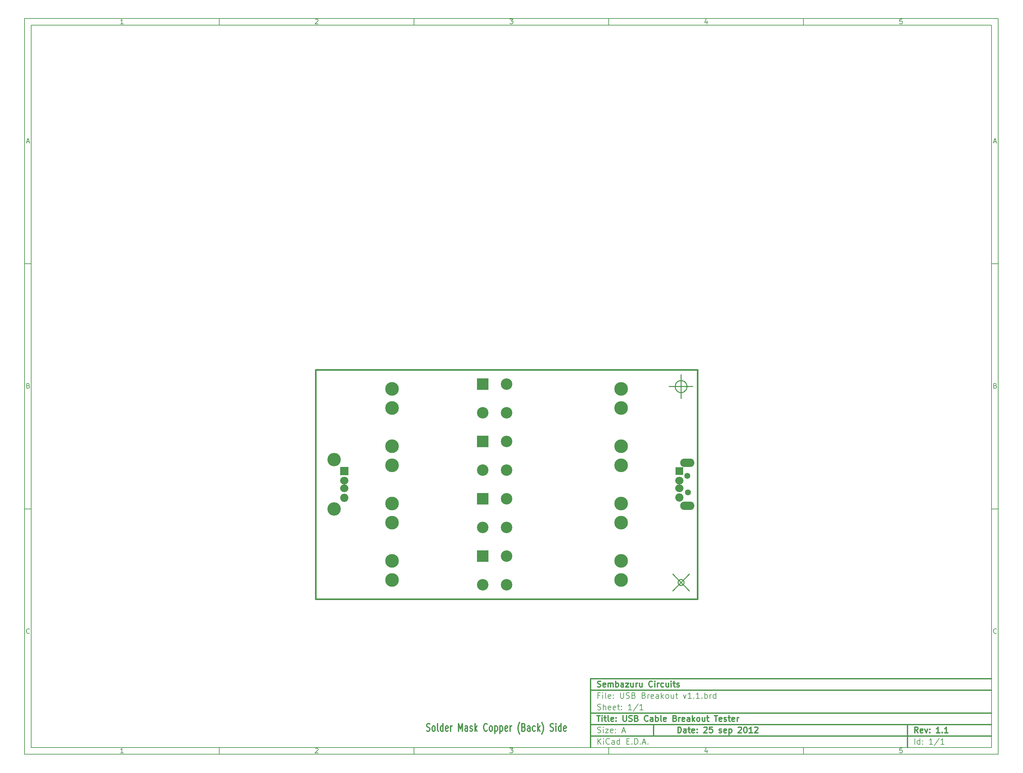
<source format=gbs>
G04 (created by PCBNEW-RS274X (2012-01-19 BZR 3256)-stable) date 25/09/2012 17:33:03*
G01*
G70*
G90*
%MOIN*%
G04 Gerber Fmt 3.4, Leading zero omitted, Abs format*
%FSLAX34Y34*%
G04 APERTURE LIST*
%ADD10C,0.006000*%
%ADD11C,0.012000*%
%ADD12C,0.010000*%
%ADD13C,0.015000*%
%ADD14R,0.120000X0.120000*%
%ADD15C,0.120000*%
%ADD16R,0.083200X0.083200*%
%ADD17O,0.086200X0.079100*%
%ADD18C,0.086200*%
%ADD19O,0.148400X0.089400*%
%ADD20C,0.063300*%
%ADD21R,0.086200X0.086200*%
%ADD22C,0.140600*%
%ADD23C,0.143000*%
G04 APERTURE END LIST*
G54D10*
X-30500Y36750D02*
X71500Y36750D01*
X71500Y-40250D01*
X-30500Y-40250D01*
X-30500Y36750D01*
X-29800Y36050D02*
X70800Y36050D01*
X70800Y-39550D01*
X-29800Y-39550D01*
X-29800Y36050D01*
X-10100Y36750D02*
X-10100Y36050D01*
X-20157Y36198D02*
X-20443Y36198D01*
X-20300Y36198D02*
X-20300Y36698D01*
X-20348Y36626D01*
X-20395Y36579D01*
X-20443Y36555D01*
X-10100Y-40250D02*
X-10100Y-39550D01*
X-20157Y-40102D02*
X-20443Y-40102D01*
X-20300Y-40102D02*
X-20300Y-39602D01*
X-20348Y-39674D01*
X-20395Y-39721D01*
X-20443Y-39745D01*
X10300Y36750D02*
X10300Y36050D01*
X-00043Y36650D02*
X-00019Y36674D01*
X00029Y36698D01*
X00148Y36698D01*
X00195Y36674D01*
X00219Y36650D01*
X00243Y36602D01*
X00243Y36555D01*
X00219Y36483D01*
X-00067Y36198D01*
X00243Y36198D01*
X10300Y-40250D02*
X10300Y-39550D01*
X-00043Y-39650D02*
X-00019Y-39626D01*
X00029Y-39602D01*
X00148Y-39602D01*
X00195Y-39626D01*
X00219Y-39650D01*
X00243Y-39698D01*
X00243Y-39745D01*
X00219Y-39817D01*
X-00067Y-40102D01*
X00243Y-40102D01*
X30700Y36750D02*
X30700Y36050D01*
X20333Y36698D02*
X20643Y36698D01*
X20476Y36507D01*
X20548Y36507D01*
X20595Y36483D01*
X20619Y36460D01*
X20643Y36412D01*
X20643Y36293D01*
X20619Y36245D01*
X20595Y36221D01*
X20548Y36198D01*
X20405Y36198D01*
X20357Y36221D01*
X20333Y36245D01*
X30700Y-40250D02*
X30700Y-39550D01*
X20333Y-39602D02*
X20643Y-39602D01*
X20476Y-39793D01*
X20548Y-39793D01*
X20595Y-39817D01*
X20619Y-39840D01*
X20643Y-39888D01*
X20643Y-40007D01*
X20619Y-40055D01*
X20595Y-40079D01*
X20548Y-40102D01*
X20405Y-40102D01*
X20357Y-40079D01*
X20333Y-40055D01*
X51100Y36750D02*
X51100Y36050D01*
X40995Y36531D02*
X40995Y36198D01*
X40876Y36721D02*
X40757Y36364D01*
X41067Y36364D01*
X51100Y-40250D02*
X51100Y-39550D01*
X40995Y-39769D02*
X40995Y-40102D01*
X40876Y-39579D02*
X40757Y-39936D01*
X41067Y-39936D01*
X61419Y36698D02*
X61181Y36698D01*
X61157Y36460D01*
X61181Y36483D01*
X61229Y36507D01*
X61348Y36507D01*
X61395Y36483D01*
X61419Y36460D01*
X61443Y36412D01*
X61443Y36293D01*
X61419Y36245D01*
X61395Y36221D01*
X61348Y36198D01*
X61229Y36198D01*
X61181Y36221D01*
X61157Y36245D01*
X61419Y-39602D02*
X61181Y-39602D01*
X61157Y-39840D01*
X61181Y-39817D01*
X61229Y-39793D01*
X61348Y-39793D01*
X61395Y-39817D01*
X61419Y-39840D01*
X61443Y-39888D01*
X61443Y-40007D01*
X61419Y-40055D01*
X61395Y-40079D01*
X61348Y-40102D01*
X61229Y-40102D01*
X61181Y-40079D01*
X61157Y-40055D01*
X-30500Y11090D02*
X-29800Y11090D01*
X-30269Y23860D02*
X-30031Y23860D01*
X-30316Y23718D02*
X-30150Y24218D01*
X-29983Y23718D01*
X71500Y11090D02*
X70800Y11090D01*
X71031Y23860D02*
X71269Y23860D01*
X70984Y23718D02*
X71150Y24218D01*
X71317Y23718D01*
X-30500Y-14570D02*
X-29800Y-14570D01*
X-30114Y-01680D02*
X-30043Y-01704D01*
X-30019Y-01728D01*
X-29995Y-01776D01*
X-29995Y-01847D01*
X-30019Y-01895D01*
X-30043Y-01919D01*
X-30090Y-01942D01*
X-30281Y-01942D01*
X-30281Y-01442D01*
X-30114Y-01442D01*
X-30067Y-01466D01*
X-30043Y-01490D01*
X-30019Y-01538D01*
X-30019Y-01585D01*
X-30043Y-01633D01*
X-30067Y-01657D01*
X-30114Y-01680D01*
X-30281Y-01680D01*
X71500Y-14570D02*
X70800Y-14570D01*
X71186Y-01680D02*
X71257Y-01704D01*
X71281Y-01728D01*
X71305Y-01776D01*
X71305Y-01847D01*
X71281Y-01895D01*
X71257Y-01919D01*
X71210Y-01942D01*
X71019Y-01942D01*
X71019Y-01442D01*
X71186Y-01442D01*
X71233Y-01466D01*
X71257Y-01490D01*
X71281Y-01538D01*
X71281Y-01585D01*
X71257Y-01633D01*
X71233Y-01657D01*
X71186Y-01680D01*
X71019Y-01680D01*
X-29995Y-27555D02*
X-30019Y-27579D01*
X-30090Y-27602D01*
X-30138Y-27602D01*
X-30210Y-27579D01*
X-30257Y-27531D01*
X-30281Y-27483D01*
X-30305Y-27388D01*
X-30305Y-27317D01*
X-30281Y-27221D01*
X-30257Y-27174D01*
X-30210Y-27126D01*
X-30138Y-27102D01*
X-30090Y-27102D01*
X-30019Y-27126D01*
X-29995Y-27150D01*
X71305Y-27555D02*
X71281Y-27579D01*
X71210Y-27602D01*
X71162Y-27602D01*
X71090Y-27579D01*
X71043Y-27531D01*
X71019Y-27483D01*
X70995Y-27388D01*
X70995Y-27317D01*
X71019Y-27221D01*
X71043Y-27174D01*
X71090Y-27126D01*
X71162Y-27102D01*
X71210Y-27102D01*
X71281Y-27126D01*
X71305Y-27150D01*
G54D11*
X37943Y-37993D02*
X37943Y-37393D01*
X38086Y-37393D01*
X38171Y-37421D01*
X38229Y-37479D01*
X38257Y-37536D01*
X38286Y-37650D01*
X38286Y-37736D01*
X38257Y-37850D01*
X38229Y-37907D01*
X38171Y-37964D01*
X38086Y-37993D01*
X37943Y-37993D01*
X38800Y-37993D02*
X38800Y-37679D01*
X38771Y-37621D01*
X38714Y-37593D01*
X38600Y-37593D01*
X38543Y-37621D01*
X38800Y-37964D02*
X38743Y-37993D01*
X38600Y-37993D01*
X38543Y-37964D01*
X38514Y-37907D01*
X38514Y-37850D01*
X38543Y-37793D01*
X38600Y-37764D01*
X38743Y-37764D01*
X38800Y-37736D01*
X39000Y-37593D02*
X39229Y-37593D01*
X39086Y-37393D02*
X39086Y-37907D01*
X39114Y-37964D01*
X39172Y-37993D01*
X39229Y-37993D01*
X39657Y-37964D02*
X39600Y-37993D01*
X39486Y-37993D01*
X39429Y-37964D01*
X39400Y-37907D01*
X39400Y-37679D01*
X39429Y-37621D01*
X39486Y-37593D01*
X39600Y-37593D01*
X39657Y-37621D01*
X39686Y-37679D01*
X39686Y-37736D01*
X39400Y-37793D01*
X39943Y-37936D02*
X39971Y-37964D01*
X39943Y-37993D01*
X39914Y-37964D01*
X39943Y-37936D01*
X39943Y-37993D01*
X39943Y-37621D02*
X39971Y-37650D01*
X39943Y-37679D01*
X39914Y-37650D01*
X39943Y-37621D01*
X39943Y-37679D01*
X40657Y-37450D02*
X40686Y-37421D01*
X40743Y-37393D01*
X40886Y-37393D01*
X40943Y-37421D01*
X40972Y-37450D01*
X41000Y-37507D01*
X41000Y-37564D01*
X40972Y-37650D01*
X40629Y-37993D01*
X41000Y-37993D01*
X41543Y-37393D02*
X41257Y-37393D01*
X41228Y-37679D01*
X41257Y-37650D01*
X41314Y-37621D01*
X41457Y-37621D01*
X41514Y-37650D01*
X41543Y-37679D01*
X41571Y-37736D01*
X41571Y-37879D01*
X41543Y-37936D01*
X41514Y-37964D01*
X41457Y-37993D01*
X41314Y-37993D01*
X41257Y-37964D01*
X41228Y-37936D01*
X42256Y-37964D02*
X42313Y-37993D01*
X42428Y-37993D01*
X42485Y-37964D01*
X42513Y-37907D01*
X42513Y-37879D01*
X42485Y-37821D01*
X42428Y-37793D01*
X42342Y-37793D01*
X42285Y-37764D01*
X42256Y-37707D01*
X42256Y-37679D01*
X42285Y-37621D01*
X42342Y-37593D01*
X42428Y-37593D01*
X42485Y-37621D01*
X42999Y-37964D02*
X42942Y-37993D01*
X42828Y-37993D01*
X42771Y-37964D01*
X42742Y-37907D01*
X42742Y-37679D01*
X42771Y-37621D01*
X42828Y-37593D01*
X42942Y-37593D01*
X42999Y-37621D01*
X43028Y-37679D01*
X43028Y-37736D01*
X42742Y-37793D01*
X43285Y-37593D02*
X43285Y-38193D01*
X43285Y-37621D02*
X43342Y-37593D01*
X43456Y-37593D01*
X43513Y-37621D01*
X43542Y-37650D01*
X43571Y-37707D01*
X43571Y-37879D01*
X43542Y-37936D01*
X43513Y-37964D01*
X43456Y-37993D01*
X43342Y-37993D01*
X43285Y-37964D01*
X44256Y-37450D02*
X44285Y-37421D01*
X44342Y-37393D01*
X44485Y-37393D01*
X44542Y-37421D01*
X44571Y-37450D01*
X44599Y-37507D01*
X44599Y-37564D01*
X44571Y-37650D01*
X44228Y-37993D01*
X44599Y-37993D01*
X44970Y-37393D02*
X45027Y-37393D01*
X45084Y-37421D01*
X45113Y-37450D01*
X45142Y-37507D01*
X45170Y-37621D01*
X45170Y-37764D01*
X45142Y-37879D01*
X45113Y-37936D01*
X45084Y-37964D01*
X45027Y-37993D01*
X44970Y-37993D01*
X44913Y-37964D01*
X44884Y-37936D01*
X44856Y-37879D01*
X44827Y-37764D01*
X44827Y-37621D01*
X44856Y-37507D01*
X44884Y-37450D01*
X44913Y-37421D01*
X44970Y-37393D01*
X45741Y-37993D02*
X45398Y-37993D01*
X45570Y-37993D02*
X45570Y-37393D01*
X45513Y-37479D01*
X45455Y-37536D01*
X45398Y-37564D01*
X45969Y-37450D02*
X45998Y-37421D01*
X46055Y-37393D01*
X46198Y-37393D01*
X46255Y-37421D01*
X46284Y-37450D01*
X46312Y-37507D01*
X46312Y-37564D01*
X46284Y-37650D01*
X45941Y-37993D01*
X46312Y-37993D01*
G54D10*
X29543Y-39193D02*
X29543Y-38593D01*
X29886Y-39193D02*
X29629Y-38850D01*
X29886Y-38593D02*
X29543Y-38936D01*
X30143Y-39193D02*
X30143Y-38793D01*
X30143Y-38593D02*
X30114Y-38621D01*
X30143Y-38650D01*
X30171Y-38621D01*
X30143Y-38593D01*
X30143Y-38650D01*
X30772Y-39136D02*
X30743Y-39164D01*
X30657Y-39193D01*
X30600Y-39193D01*
X30515Y-39164D01*
X30457Y-39107D01*
X30429Y-39050D01*
X30400Y-38936D01*
X30400Y-38850D01*
X30429Y-38736D01*
X30457Y-38679D01*
X30515Y-38621D01*
X30600Y-38593D01*
X30657Y-38593D01*
X30743Y-38621D01*
X30772Y-38650D01*
X31286Y-39193D02*
X31286Y-38879D01*
X31257Y-38821D01*
X31200Y-38793D01*
X31086Y-38793D01*
X31029Y-38821D01*
X31286Y-39164D02*
X31229Y-39193D01*
X31086Y-39193D01*
X31029Y-39164D01*
X31000Y-39107D01*
X31000Y-39050D01*
X31029Y-38993D01*
X31086Y-38964D01*
X31229Y-38964D01*
X31286Y-38936D01*
X31829Y-39193D02*
X31829Y-38593D01*
X31829Y-39164D02*
X31772Y-39193D01*
X31658Y-39193D01*
X31600Y-39164D01*
X31572Y-39136D01*
X31543Y-39079D01*
X31543Y-38907D01*
X31572Y-38850D01*
X31600Y-38821D01*
X31658Y-38793D01*
X31772Y-38793D01*
X31829Y-38821D01*
X32572Y-38879D02*
X32772Y-38879D01*
X32858Y-39193D02*
X32572Y-39193D01*
X32572Y-38593D01*
X32858Y-38593D01*
X33115Y-39136D02*
X33143Y-39164D01*
X33115Y-39193D01*
X33086Y-39164D01*
X33115Y-39136D01*
X33115Y-39193D01*
X33401Y-39193D02*
X33401Y-38593D01*
X33544Y-38593D01*
X33629Y-38621D01*
X33687Y-38679D01*
X33715Y-38736D01*
X33744Y-38850D01*
X33744Y-38936D01*
X33715Y-39050D01*
X33687Y-39107D01*
X33629Y-39164D01*
X33544Y-39193D01*
X33401Y-39193D01*
X34001Y-39136D02*
X34029Y-39164D01*
X34001Y-39193D01*
X33972Y-39164D01*
X34001Y-39136D01*
X34001Y-39193D01*
X34258Y-39021D02*
X34544Y-39021D01*
X34201Y-39193D02*
X34401Y-38593D01*
X34601Y-39193D01*
X34801Y-39136D02*
X34829Y-39164D01*
X34801Y-39193D01*
X34772Y-39164D01*
X34801Y-39136D01*
X34801Y-39193D01*
G54D11*
X63086Y-37993D02*
X62886Y-37707D01*
X62743Y-37993D02*
X62743Y-37393D01*
X62971Y-37393D01*
X63029Y-37421D01*
X63057Y-37450D01*
X63086Y-37507D01*
X63086Y-37593D01*
X63057Y-37650D01*
X63029Y-37679D01*
X62971Y-37707D01*
X62743Y-37707D01*
X63571Y-37964D02*
X63514Y-37993D01*
X63400Y-37993D01*
X63343Y-37964D01*
X63314Y-37907D01*
X63314Y-37679D01*
X63343Y-37621D01*
X63400Y-37593D01*
X63514Y-37593D01*
X63571Y-37621D01*
X63600Y-37679D01*
X63600Y-37736D01*
X63314Y-37793D01*
X63800Y-37593D02*
X63943Y-37993D01*
X64085Y-37593D01*
X64314Y-37936D02*
X64342Y-37964D01*
X64314Y-37993D01*
X64285Y-37964D01*
X64314Y-37936D01*
X64314Y-37993D01*
X64314Y-37621D02*
X64342Y-37650D01*
X64314Y-37679D01*
X64285Y-37650D01*
X64314Y-37621D01*
X64314Y-37679D01*
X65371Y-37993D02*
X65028Y-37993D01*
X65200Y-37993D02*
X65200Y-37393D01*
X65143Y-37479D01*
X65085Y-37536D01*
X65028Y-37564D01*
X65628Y-37936D02*
X65656Y-37964D01*
X65628Y-37993D01*
X65599Y-37964D01*
X65628Y-37936D01*
X65628Y-37993D01*
X66228Y-37993D02*
X65885Y-37993D01*
X66057Y-37993D02*
X66057Y-37393D01*
X66000Y-37479D01*
X65942Y-37536D01*
X65885Y-37564D01*
G54D10*
X29514Y-37964D02*
X29600Y-37993D01*
X29743Y-37993D01*
X29800Y-37964D01*
X29829Y-37936D01*
X29857Y-37879D01*
X29857Y-37821D01*
X29829Y-37764D01*
X29800Y-37736D01*
X29743Y-37707D01*
X29629Y-37679D01*
X29571Y-37650D01*
X29543Y-37621D01*
X29514Y-37564D01*
X29514Y-37507D01*
X29543Y-37450D01*
X29571Y-37421D01*
X29629Y-37393D01*
X29771Y-37393D01*
X29857Y-37421D01*
X30114Y-37993D02*
X30114Y-37593D01*
X30114Y-37393D02*
X30085Y-37421D01*
X30114Y-37450D01*
X30142Y-37421D01*
X30114Y-37393D01*
X30114Y-37450D01*
X30343Y-37593D02*
X30657Y-37593D01*
X30343Y-37993D01*
X30657Y-37993D01*
X31114Y-37964D02*
X31057Y-37993D01*
X30943Y-37993D01*
X30886Y-37964D01*
X30857Y-37907D01*
X30857Y-37679D01*
X30886Y-37621D01*
X30943Y-37593D01*
X31057Y-37593D01*
X31114Y-37621D01*
X31143Y-37679D01*
X31143Y-37736D01*
X30857Y-37793D01*
X31400Y-37936D02*
X31428Y-37964D01*
X31400Y-37993D01*
X31371Y-37964D01*
X31400Y-37936D01*
X31400Y-37993D01*
X31400Y-37621D02*
X31428Y-37650D01*
X31400Y-37679D01*
X31371Y-37650D01*
X31400Y-37621D01*
X31400Y-37679D01*
X32114Y-37821D02*
X32400Y-37821D01*
X32057Y-37993D02*
X32257Y-37393D01*
X32457Y-37993D01*
X62743Y-39193D02*
X62743Y-38593D01*
X63286Y-39193D02*
X63286Y-38593D01*
X63286Y-39164D02*
X63229Y-39193D01*
X63115Y-39193D01*
X63057Y-39164D01*
X63029Y-39136D01*
X63000Y-39079D01*
X63000Y-38907D01*
X63029Y-38850D01*
X63057Y-38821D01*
X63115Y-38793D01*
X63229Y-38793D01*
X63286Y-38821D01*
X63572Y-39136D02*
X63600Y-39164D01*
X63572Y-39193D01*
X63543Y-39164D01*
X63572Y-39136D01*
X63572Y-39193D01*
X63572Y-38821D02*
X63600Y-38850D01*
X63572Y-38879D01*
X63543Y-38850D01*
X63572Y-38821D01*
X63572Y-38879D01*
X64629Y-39193D02*
X64286Y-39193D01*
X64458Y-39193D02*
X64458Y-38593D01*
X64401Y-38679D01*
X64343Y-38736D01*
X64286Y-38764D01*
X65314Y-38564D02*
X64800Y-39336D01*
X65829Y-39193D02*
X65486Y-39193D01*
X65658Y-39193D02*
X65658Y-38593D01*
X65601Y-38679D01*
X65543Y-38736D01*
X65486Y-38764D01*
G54D11*
X29457Y-36193D02*
X29800Y-36193D01*
X29629Y-36793D02*
X29629Y-36193D01*
X30000Y-36793D02*
X30000Y-36393D01*
X30000Y-36193D02*
X29971Y-36221D01*
X30000Y-36250D01*
X30028Y-36221D01*
X30000Y-36193D01*
X30000Y-36250D01*
X30200Y-36393D02*
X30429Y-36393D01*
X30286Y-36193D02*
X30286Y-36707D01*
X30314Y-36764D01*
X30372Y-36793D01*
X30429Y-36793D01*
X30715Y-36793D02*
X30657Y-36764D01*
X30629Y-36707D01*
X30629Y-36193D01*
X31171Y-36764D02*
X31114Y-36793D01*
X31000Y-36793D01*
X30943Y-36764D01*
X30914Y-36707D01*
X30914Y-36479D01*
X30943Y-36421D01*
X31000Y-36393D01*
X31114Y-36393D01*
X31171Y-36421D01*
X31200Y-36479D01*
X31200Y-36536D01*
X30914Y-36593D01*
X31457Y-36736D02*
X31485Y-36764D01*
X31457Y-36793D01*
X31428Y-36764D01*
X31457Y-36736D01*
X31457Y-36793D01*
X31457Y-36421D02*
X31485Y-36450D01*
X31457Y-36479D01*
X31428Y-36450D01*
X31457Y-36421D01*
X31457Y-36479D01*
X32200Y-36193D02*
X32200Y-36679D01*
X32228Y-36736D01*
X32257Y-36764D01*
X32314Y-36793D01*
X32428Y-36793D01*
X32486Y-36764D01*
X32514Y-36736D01*
X32543Y-36679D01*
X32543Y-36193D01*
X32800Y-36764D02*
X32886Y-36793D01*
X33029Y-36793D01*
X33086Y-36764D01*
X33115Y-36736D01*
X33143Y-36679D01*
X33143Y-36621D01*
X33115Y-36564D01*
X33086Y-36536D01*
X33029Y-36507D01*
X32915Y-36479D01*
X32857Y-36450D01*
X32829Y-36421D01*
X32800Y-36364D01*
X32800Y-36307D01*
X32829Y-36250D01*
X32857Y-36221D01*
X32915Y-36193D01*
X33057Y-36193D01*
X33143Y-36221D01*
X33600Y-36479D02*
X33686Y-36507D01*
X33714Y-36536D01*
X33743Y-36593D01*
X33743Y-36679D01*
X33714Y-36736D01*
X33686Y-36764D01*
X33628Y-36793D01*
X33400Y-36793D01*
X33400Y-36193D01*
X33600Y-36193D01*
X33657Y-36221D01*
X33686Y-36250D01*
X33714Y-36307D01*
X33714Y-36364D01*
X33686Y-36421D01*
X33657Y-36450D01*
X33600Y-36479D01*
X33400Y-36479D01*
X34800Y-36736D02*
X34771Y-36764D01*
X34685Y-36793D01*
X34628Y-36793D01*
X34543Y-36764D01*
X34485Y-36707D01*
X34457Y-36650D01*
X34428Y-36536D01*
X34428Y-36450D01*
X34457Y-36336D01*
X34485Y-36279D01*
X34543Y-36221D01*
X34628Y-36193D01*
X34685Y-36193D01*
X34771Y-36221D01*
X34800Y-36250D01*
X35314Y-36793D02*
X35314Y-36479D01*
X35285Y-36421D01*
X35228Y-36393D01*
X35114Y-36393D01*
X35057Y-36421D01*
X35314Y-36764D02*
X35257Y-36793D01*
X35114Y-36793D01*
X35057Y-36764D01*
X35028Y-36707D01*
X35028Y-36650D01*
X35057Y-36593D01*
X35114Y-36564D01*
X35257Y-36564D01*
X35314Y-36536D01*
X35600Y-36793D02*
X35600Y-36193D01*
X35600Y-36421D02*
X35657Y-36393D01*
X35771Y-36393D01*
X35828Y-36421D01*
X35857Y-36450D01*
X35886Y-36507D01*
X35886Y-36679D01*
X35857Y-36736D01*
X35828Y-36764D01*
X35771Y-36793D01*
X35657Y-36793D01*
X35600Y-36764D01*
X36229Y-36793D02*
X36171Y-36764D01*
X36143Y-36707D01*
X36143Y-36193D01*
X36685Y-36764D02*
X36628Y-36793D01*
X36514Y-36793D01*
X36457Y-36764D01*
X36428Y-36707D01*
X36428Y-36479D01*
X36457Y-36421D01*
X36514Y-36393D01*
X36628Y-36393D01*
X36685Y-36421D01*
X36714Y-36479D01*
X36714Y-36536D01*
X36428Y-36593D01*
X37628Y-36479D02*
X37714Y-36507D01*
X37742Y-36536D01*
X37771Y-36593D01*
X37771Y-36679D01*
X37742Y-36736D01*
X37714Y-36764D01*
X37656Y-36793D01*
X37428Y-36793D01*
X37428Y-36193D01*
X37628Y-36193D01*
X37685Y-36221D01*
X37714Y-36250D01*
X37742Y-36307D01*
X37742Y-36364D01*
X37714Y-36421D01*
X37685Y-36450D01*
X37628Y-36479D01*
X37428Y-36479D01*
X38028Y-36793D02*
X38028Y-36393D01*
X38028Y-36507D02*
X38056Y-36450D01*
X38085Y-36421D01*
X38142Y-36393D01*
X38199Y-36393D01*
X38627Y-36764D02*
X38570Y-36793D01*
X38456Y-36793D01*
X38399Y-36764D01*
X38370Y-36707D01*
X38370Y-36479D01*
X38399Y-36421D01*
X38456Y-36393D01*
X38570Y-36393D01*
X38627Y-36421D01*
X38656Y-36479D01*
X38656Y-36536D01*
X38370Y-36593D01*
X39170Y-36793D02*
X39170Y-36479D01*
X39141Y-36421D01*
X39084Y-36393D01*
X38970Y-36393D01*
X38913Y-36421D01*
X39170Y-36764D02*
X39113Y-36793D01*
X38970Y-36793D01*
X38913Y-36764D01*
X38884Y-36707D01*
X38884Y-36650D01*
X38913Y-36593D01*
X38970Y-36564D01*
X39113Y-36564D01*
X39170Y-36536D01*
X39456Y-36793D02*
X39456Y-36193D01*
X39513Y-36564D02*
X39684Y-36793D01*
X39684Y-36393D02*
X39456Y-36621D01*
X40028Y-36793D02*
X39970Y-36764D01*
X39942Y-36736D01*
X39913Y-36679D01*
X39913Y-36507D01*
X39942Y-36450D01*
X39970Y-36421D01*
X40028Y-36393D01*
X40113Y-36393D01*
X40170Y-36421D01*
X40199Y-36450D01*
X40228Y-36507D01*
X40228Y-36679D01*
X40199Y-36736D01*
X40170Y-36764D01*
X40113Y-36793D01*
X40028Y-36793D01*
X40742Y-36393D02*
X40742Y-36793D01*
X40485Y-36393D02*
X40485Y-36707D01*
X40513Y-36764D01*
X40571Y-36793D01*
X40656Y-36793D01*
X40713Y-36764D01*
X40742Y-36736D01*
X40942Y-36393D02*
X41171Y-36393D01*
X41028Y-36193D02*
X41028Y-36707D01*
X41056Y-36764D01*
X41114Y-36793D01*
X41171Y-36793D01*
X41742Y-36193D02*
X42085Y-36193D01*
X41914Y-36793D02*
X41914Y-36193D01*
X42513Y-36764D02*
X42456Y-36793D01*
X42342Y-36793D01*
X42285Y-36764D01*
X42256Y-36707D01*
X42256Y-36479D01*
X42285Y-36421D01*
X42342Y-36393D01*
X42456Y-36393D01*
X42513Y-36421D01*
X42542Y-36479D01*
X42542Y-36536D01*
X42256Y-36593D01*
X42770Y-36764D02*
X42827Y-36793D01*
X42942Y-36793D01*
X42999Y-36764D01*
X43027Y-36707D01*
X43027Y-36679D01*
X42999Y-36621D01*
X42942Y-36593D01*
X42856Y-36593D01*
X42799Y-36564D01*
X42770Y-36507D01*
X42770Y-36479D01*
X42799Y-36421D01*
X42856Y-36393D01*
X42942Y-36393D01*
X42999Y-36421D01*
X43199Y-36393D02*
X43428Y-36393D01*
X43285Y-36193D02*
X43285Y-36707D01*
X43313Y-36764D01*
X43371Y-36793D01*
X43428Y-36793D01*
X43856Y-36764D02*
X43799Y-36793D01*
X43685Y-36793D01*
X43628Y-36764D01*
X43599Y-36707D01*
X43599Y-36479D01*
X43628Y-36421D01*
X43685Y-36393D01*
X43799Y-36393D01*
X43856Y-36421D01*
X43885Y-36479D01*
X43885Y-36536D01*
X43599Y-36593D01*
X44142Y-36793D02*
X44142Y-36393D01*
X44142Y-36507D02*
X44170Y-36450D01*
X44199Y-36421D01*
X44256Y-36393D01*
X44313Y-36393D01*
G54D10*
X29743Y-34079D02*
X29543Y-34079D01*
X29543Y-34393D02*
X29543Y-33793D01*
X29829Y-33793D01*
X30057Y-34393D02*
X30057Y-33993D01*
X30057Y-33793D02*
X30028Y-33821D01*
X30057Y-33850D01*
X30085Y-33821D01*
X30057Y-33793D01*
X30057Y-33850D01*
X30429Y-34393D02*
X30371Y-34364D01*
X30343Y-34307D01*
X30343Y-33793D01*
X30885Y-34364D02*
X30828Y-34393D01*
X30714Y-34393D01*
X30657Y-34364D01*
X30628Y-34307D01*
X30628Y-34079D01*
X30657Y-34021D01*
X30714Y-33993D01*
X30828Y-33993D01*
X30885Y-34021D01*
X30914Y-34079D01*
X30914Y-34136D01*
X30628Y-34193D01*
X31171Y-34336D02*
X31199Y-34364D01*
X31171Y-34393D01*
X31142Y-34364D01*
X31171Y-34336D01*
X31171Y-34393D01*
X31171Y-34021D02*
X31199Y-34050D01*
X31171Y-34079D01*
X31142Y-34050D01*
X31171Y-34021D01*
X31171Y-34079D01*
X31914Y-33793D02*
X31914Y-34279D01*
X31942Y-34336D01*
X31971Y-34364D01*
X32028Y-34393D01*
X32142Y-34393D01*
X32200Y-34364D01*
X32228Y-34336D01*
X32257Y-34279D01*
X32257Y-33793D01*
X32514Y-34364D02*
X32600Y-34393D01*
X32743Y-34393D01*
X32800Y-34364D01*
X32829Y-34336D01*
X32857Y-34279D01*
X32857Y-34221D01*
X32829Y-34164D01*
X32800Y-34136D01*
X32743Y-34107D01*
X32629Y-34079D01*
X32571Y-34050D01*
X32543Y-34021D01*
X32514Y-33964D01*
X32514Y-33907D01*
X32543Y-33850D01*
X32571Y-33821D01*
X32629Y-33793D01*
X32771Y-33793D01*
X32857Y-33821D01*
X33314Y-34079D02*
X33400Y-34107D01*
X33428Y-34136D01*
X33457Y-34193D01*
X33457Y-34279D01*
X33428Y-34336D01*
X33400Y-34364D01*
X33342Y-34393D01*
X33114Y-34393D01*
X33114Y-33793D01*
X33314Y-33793D01*
X33371Y-33821D01*
X33400Y-33850D01*
X33428Y-33907D01*
X33428Y-33964D01*
X33400Y-34021D01*
X33371Y-34050D01*
X33314Y-34079D01*
X33114Y-34079D01*
X34371Y-34079D02*
X34457Y-34107D01*
X34485Y-34136D01*
X34514Y-34193D01*
X34514Y-34279D01*
X34485Y-34336D01*
X34457Y-34364D01*
X34399Y-34393D01*
X34171Y-34393D01*
X34171Y-33793D01*
X34371Y-33793D01*
X34428Y-33821D01*
X34457Y-33850D01*
X34485Y-33907D01*
X34485Y-33964D01*
X34457Y-34021D01*
X34428Y-34050D01*
X34371Y-34079D01*
X34171Y-34079D01*
X34771Y-34393D02*
X34771Y-33993D01*
X34771Y-34107D02*
X34799Y-34050D01*
X34828Y-34021D01*
X34885Y-33993D01*
X34942Y-33993D01*
X35370Y-34364D02*
X35313Y-34393D01*
X35199Y-34393D01*
X35142Y-34364D01*
X35113Y-34307D01*
X35113Y-34079D01*
X35142Y-34021D01*
X35199Y-33993D01*
X35313Y-33993D01*
X35370Y-34021D01*
X35399Y-34079D01*
X35399Y-34136D01*
X35113Y-34193D01*
X35913Y-34393D02*
X35913Y-34079D01*
X35884Y-34021D01*
X35827Y-33993D01*
X35713Y-33993D01*
X35656Y-34021D01*
X35913Y-34364D02*
X35856Y-34393D01*
X35713Y-34393D01*
X35656Y-34364D01*
X35627Y-34307D01*
X35627Y-34250D01*
X35656Y-34193D01*
X35713Y-34164D01*
X35856Y-34164D01*
X35913Y-34136D01*
X36199Y-34393D02*
X36199Y-33793D01*
X36256Y-34164D02*
X36427Y-34393D01*
X36427Y-33993D02*
X36199Y-34221D01*
X36771Y-34393D02*
X36713Y-34364D01*
X36685Y-34336D01*
X36656Y-34279D01*
X36656Y-34107D01*
X36685Y-34050D01*
X36713Y-34021D01*
X36771Y-33993D01*
X36856Y-33993D01*
X36913Y-34021D01*
X36942Y-34050D01*
X36971Y-34107D01*
X36971Y-34279D01*
X36942Y-34336D01*
X36913Y-34364D01*
X36856Y-34393D01*
X36771Y-34393D01*
X37485Y-33993D02*
X37485Y-34393D01*
X37228Y-33993D02*
X37228Y-34307D01*
X37256Y-34364D01*
X37314Y-34393D01*
X37399Y-34393D01*
X37456Y-34364D01*
X37485Y-34336D01*
X37685Y-33993D02*
X37914Y-33993D01*
X37771Y-33793D02*
X37771Y-34307D01*
X37799Y-34364D01*
X37857Y-34393D01*
X37914Y-34393D01*
X38514Y-33993D02*
X38657Y-34393D01*
X38799Y-33993D01*
X39342Y-34393D02*
X38999Y-34393D01*
X39171Y-34393D02*
X39171Y-33793D01*
X39114Y-33879D01*
X39056Y-33936D01*
X38999Y-33964D01*
X39599Y-34336D02*
X39627Y-34364D01*
X39599Y-34393D01*
X39570Y-34364D01*
X39599Y-34336D01*
X39599Y-34393D01*
X40199Y-34393D02*
X39856Y-34393D01*
X40028Y-34393D02*
X40028Y-33793D01*
X39971Y-33879D01*
X39913Y-33936D01*
X39856Y-33964D01*
X40456Y-34336D02*
X40484Y-34364D01*
X40456Y-34393D01*
X40427Y-34364D01*
X40456Y-34336D01*
X40456Y-34393D01*
X40742Y-34393D02*
X40742Y-33793D01*
X40742Y-34021D02*
X40799Y-33993D01*
X40913Y-33993D01*
X40970Y-34021D01*
X40999Y-34050D01*
X41028Y-34107D01*
X41028Y-34279D01*
X40999Y-34336D01*
X40970Y-34364D01*
X40913Y-34393D01*
X40799Y-34393D01*
X40742Y-34364D01*
X41285Y-34393D02*
X41285Y-33993D01*
X41285Y-34107D02*
X41313Y-34050D01*
X41342Y-34021D01*
X41399Y-33993D01*
X41456Y-33993D01*
X41913Y-34393D02*
X41913Y-33793D01*
X41913Y-34364D02*
X41856Y-34393D01*
X41742Y-34393D01*
X41684Y-34364D01*
X41656Y-34336D01*
X41627Y-34279D01*
X41627Y-34107D01*
X41656Y-34050D01*
X41684Y-34021D01*
X41742Y-33993D01*
X41856Y-33993D01*
X41913Y-34021D01*
X29514Y-35564D02*
X29600Y-35593D01*
X29743Y-35593D01*
X29800Y-35564D01*
X29829Y-35536D01*
X29857Y-35479D01*
X29857Y-35421D01*
X29829Y-35364D01*
X29800Y-35336D01*
X29743Y-35307D01*
X29629Y-35279D01*
X29571Y-35250D01*
X29543Y-35221D01*
X29514Y-35164D01*
X29514Y-35107D01*
X29543Y-35050D01*
X29571Y-35021D01*
X29629Y-34993D01*
X29771Y-34993D01*
X29857Y-35021D01*
X30114Y-35593D02*
X30114Y-34993D01*
X30371Y-35593D02*
X30371Y-35279D01*
X30342Y-35221D01*
X30285Y-35193D01*
X30200Y-35193D01*
X30142Y-35221D01*
X30114Y-35250D01*
X30885Y-35564D02*
X30828Y-35593D01*
X30714Y-35593D01*
X30657Y-35564D01*
X30628Y-35507D01*
X30628Y-35279D01*
X30657Y-35221D01*
X30714Y-35193D01*
X30828Y-35193D01*
X30885Y-35221D01*
X30914Y-35279D01*
X30914Y-35336D01*
X30628Y-35393D01*
X31399Y-35564D02*
X31342Y-35593D01*
X31228Y-35593D01*
X31171Y-35564D01*
X31142Y-35507D01*
X31142Y-35279D01*
X31171Y-35221D01*
X31228Y-35193D01*
X31342Y-35193D01*
X31399Y-35221D01*
X31428Y-35279D01*
X31428Y-35336D01*
X31142Y-35393D01*
X31599Y-35193D02*
X31828Y-35193D01*
X31685Y-34993D02*
X31685Y-35507D01*
X31713Y-35564D01*
X31771Y-35593D01*
X31828Y-35593D01*
X32028Y-35536D02*
X32056Y-35564D01*
X32028Y-35593D01*
X31999Y-35564D01*
X32028Y-35536D01*
X32028Y-35593D01*
X32028Y-35221D02*
X32056Y-35250D01*
X32028Y-35279D01*
X31999Y-35250D01*
X32028Y-35221D01*
X32028Y-35279D01*
X33085Y-35593D02*
X32742Y-35593D01*
X32914Y-35593D02*
X32914Y-34993D01*
X32857Y-35079D01*
X32799Y-35136D01*
X32742Y-35164D01*
X33770Y-34964D02*
X33256Y-35736D01*
X34285Y-35593D02*
X33942Y-35593D01*
X34114Y-35593D02*
X34114Y-34993D01*
X34057Y-35079D01*
X33999Y-35136D01*
X33942Y-35164D01*
G54D11*
X29514Y-33164D02*
X29600Y-33193D01*
X29743Y-33193D01*
X29800Y-33164D01*
X29829Y-33136D01*
X29857Y-33079D01*
X29857Y-33021D01*
X29829Y-32964D01*
X29800Y-32936D01*
X29743Y-32907D01*
X29629Y-32879D01*
X29571Y-32850D01*
X29543Y-32821D01*
X29514Y-32764D01*
X29514Y-32707D01*
X29543Y-32650D01*
X29571Y-32621D01*
X29629Y-32593D01*
X29771Y-32593D01*
X29857Y-32621D01*
X30342Y-33164D02*
X30285Y-33193D01*
X30171Y-33193D01*
X30114Y-33164D01*
X30085Y-33107D01*
X30085Y-32879D01*
X30114Y-32821D01*
X30171Y-32793D01*
X30285Y-32793D01*
X30342Y-32821D01*
X30371Y-32879D01*
X30371Y-32936D01*
X30085Y-32993D01*
X30628Y-33193D02*
X30628Y-32793D01*
X30628Y-32850D02*
X30656Y-32821D01*
X30714Y-32793D01*
X30799Y-32793D01*
X30856Y-32821D01*
X30885Y-32879D01*
X30885Y-33193D01*
X30885Y-32879D02*
X30914Y-32821D01*
X30971Y-32793D01*
X31056Y-32793D01*
X31114Y-32821D01*
X31142Y-32879D01*
X31142Y-33193D01*
X31428Y-33193D02*
X31428Y-32593D01*
X31428Y-32821D02*
X31485Y-32793D01*
X31599Y-32793D01*
X31656Y-32821D01*
X31685Y-32850D01*
X31714Y-32907D01*
X31714Y-33079D01*
X31685Y-33136D01*
X31656Y-33164D01*
X31599Y-33193D01*
X31485Y-33193D01*
X31428Y-33164D01*
X32228Y-33193D02*
X32228Y-32879D01*
X32199Y-32821D01*
X32142Y-32793D01*
X32028Y-32793D01*
X31971Y-32821D01*
X32228Y-33164D02*
X32171Y-33193D01*
X32028Y-33193D01*
X31971Y-33164D01*
X31942Y-33107D01*
X31942Y-33050D01*
X31971Y-32993D01*
X32028Y-32964D01*
X32171Y-32964D01*
X32228Y-32936D01*
X32457Y-32793D02*
X32771Y-32793D01*
X32457Y-33193D01*
X32771Y-33193D01*
X33257Y-32793D02*
X33257Y-33193D01*
X33000Y-32793D02*
X33000Y-33107D01*
X33028Y-33164D01*
X33086Y-33193D01*
X33171Y-33193D01*
X33228Y-33164D01*
X33257Y-33136D01*
X33543Y-33193D02*
X33543Y-32793D01*
X33543Y-32907D02*
X33571Y-32850D01*
X33600Y-32821D01*
X33657Y-32793D01*
X33714Y-32793D01*
X34171Y-32793D02*
X34171Y-33193D01*
X33914Y-32793D02*
X33914Y-33107D01*
X33942Y-33164D01*
X34000Y-33193D01*
X34085Y-33193D01*
X34142Y-33164D01*
X34171Y-33136D01*
X35257Y-33136D02*
X35228Y-33164D01*
X35142Y-33193D01*
X35085Y-33193D01*
X35000Y-33164D01*
X34942Y-33107D01*
X34914Y-33050D01*
X34885Y-32936D01*
X34885Y-32850D01*
X34914Y-32736D01*
X34942Y-32679D01*
X35000Y-32621D01*
X35085Y-32593D01*
X35142Y-32593D01*
X35228Y-32621D01*
X35257Y-32650D01*
X35514Y-33193D02*
X35514Y-32793D01*
X35514Y-32593D02*
X35485Y-32621D01*
X35514Y-32650D01*
X35542Y-32621D01*
X35514Y-32593D01*
X35514Y-32650D01*
X35800Y-33193D02*
X35800Y-32793D01*
X35800Y-32907D02*
X35828Y-32850D01*
X35857Y-32821D01*
X35914Y-32793D01*
X35971Y-32793D01*
X36428Y-33164D02*
X36371Y-33193D01*
X36257Y-33193D01*
X36199Y-33164D01*
X36171Y-33136D01*
X36142Y-33079D01*
X36142Y-32907D01*
X36171Y-32850D01*
X36199Y-32821D01*
X36257Y-32793D01*
X36371Y-32793D01*
X36428Y-32821D01*
X36942Y-32793D02*
X36942Y-33193D01*
X36685Y-32793D02*
X36685Y-33107D01*
X36713Y-33164D01*
X36771Y-33193D01*
X36856Y-33193D01*
X36913Y-33164D01*
X36942Y-33136D01*
X37228Y-33193D02*
X37228Y-32793D01*
X37228Y-32593D02*
X37199Y-32621D01*
X37228Y-32650D01*
X37256Y-32621D01*
X37228Y-32593D01*
X37228Y-32650D01*
X37428Y-32793D02*
X37657Y-32793D01*
X37514Y-32593D02*
X37514Y-33107D01*
X37542Y-33164D01*
X37600Y-33193D01*
X37657Y-33193D01*
X37828Y-33164D02*
X37885Y-33193D01*
X38000Y-33193D01*
X38057Y-33164D01*
X38085Y-33107D01*
X38085Y-33079D01*
X38057Y-33021D01*
X38000Y-32993D01*
X37914Y-32993D01*
X37857Y-32964D01*
X37828Y-32907D01*
X37828Y-32879D01*
X37857Y-32821D01*
X37914Y-32793D01*
X38000Y-32793D01*
X38057Y-32821D01*
X28800Y-32350D02*
X28800Y-39550D01*
X28800Y-33550D02*
X70800Y-33550D01*
X28800Y-32350D02*
X70800Y-32350D01*
X28800Y-35950D02*
X70800Y-35950D01*
X62000Y-37150D02*
X62000Y-39550D01*
X28800Y-38350D02*
X70800Y-38350D01*
X28800Y-37150D02*
X70800Y-37150D01*
X35400Y-37150D02*
X35400Y-38350D01*
X11614Y-37786D02*
X11700Y-37824D01*
X11843Y-37824D01*
X11900Y-37786D01*
X11929Y-37748D01*
X11957Y-37671D01*
X11957Y-37595D01*
X11929Y-37519D01*
X11900Y-37481D01*
X11843Y-37443D01*
X11729Y-37405D01*
X11671Y-37367D01*
X11643Y-37329D01*
X11614Y-37252D01*
X11614Y-37176D01*
X11643Y-37100D01*
X11671Y-37062D01*
X11729Y-37024D01*
X11871Y-37024D01*
X11957Y-37062D01*
X12300Y-37824D02*
X12242Y-37786D01*
X12214Y-37748D01*
X12185Y-37671D01*
X12185Y-37443D01*
X12214Y-37367D01*
X12242Y-37329D01*
X12300Y-37290D01*
X12385Y-37290D01*
X12442Y-37329D01*
X12471Y-37367D01*
X12500Y-37443D01*
X12500Y-37671D01*
X12471Y-37748D01*
X12442Y-37786D01*
X12385Y-37824D01*
X12300Y-37824D01*
X12843Y-37824D02*
X12785Y-37786D01*
X12757Y-37710D01*
X12757Y-37024D01*
X13328Y-37824D02*
X13328Y-37024D01*
X13328Y-37786D02*
X13271Y-37824D01*
X13157Y-37824D01*
X13099Y-37786D01*
X13071Y-37748D01*
X13042Y-37671D01*
X13042Y-37443D01*
X13071Y-37367D01*
X13099Y-37329D01*
X13157Y-37290D01*
X13271Y-37290D01*
X13328Y-37329D01*
X13842Y-37786D02*
X13785Y-37824D01*
X13671Y-37824D01*
X13614Y-37786D01*
X13585Y-37710D01*
X13585Y-37405D01*
X13614Y-37329D01*
X13671Y-37290D01*
X13785Y-37290D01*
X13842Y-37329D01*
X13871Y-37405D01*
X13871Y-37481D01*
X13585Y-37557D01*
X14128Y-37824D02*
X14128Y-37290D01*
X14128Y-37443D02*
X14156Y-37367D01*
X14185Y-37329D01*
X14242Y-37290D01*
X14299Y-37290D01*
X14956Y-37824D02*
X14956Y-37024D01*
X15156Y-37595D01*
X15356Y-37024D01*
X15356Y-37824D01*
X15899Y-37824D02*
X15899Y-37405D01*
X15870Y-37329D01*
X15813Y-37290D01*
X15699Y-37290D01*
X15642Y-37329D01*
X15899Y-37786D02*
X15842Y-37824D01*
X15699Y-37824D01*
X15642Y-37786D01*
X15613Y-37710D01*
X15613Y-37633D01*
X15642Y-37557D01*
X15699Y-37519D01*
X15842Y-37519D01*
X15899Y-37481D01*
X16156Y-37786D02*
X16213Y-37824D01*
X16328Y-37824D01*
X16385Y-37786D01*
X16413Y-37710D01*
X16413Y-37671D01*
X16385Y-37595D01*
X16328Y-37557D01*
X16242Y-37557D01*
X16185Y-37519D01*
X16156Y-37443D01*
X16156Y-37405D01*
X16185Y-37329D01*
X16242Y-37290D01*
X16328Y-37290D01*
X16385Y-37329D01*
X16671Y-37824D02*
X16671Y-37024D01*
X16728Y-37519D02*
X16899Y-37824D01*
X16899Y-37290D02*
X16671Y-37595D01*
X17957Y-37748D02*
X17928Y-37786D01*
X17842Y-37824D01*
X17785Y-37824D01*
X17700Y-37786D01*
X17642Y-37710D01*
X17614Y-37633D01*
X17585Y-37481D01*
X17585Y-37367D01*
X17614Y-37214D01*
X17642Y-37138D01*
X17700Y-37062D01*
X17785Y-37024D01*
X17842Y-37024D01*
X17928Y-37062D01*
X17957Y-37100D01*
X18300Y-37824D02*
X18242Y-37786D01*
X18214Y-37748D01*
X18185Y-37671D01*
X18185Y-37443D01*
X18214Y-37367D01*
X18242Y-37329D01*
X18300Y-37290D01*
X18385Y-37290D01*
X18442Y-37329D01*
X18471Y-37367D01*
X18500Y-37443D01*
X18500Y-37671D01*
X18471Y-37748D01*
X18442Y-37786D01*
X18385Y-37824D01*
X18300Y-37824D01*
X18757Y-37290D02*
X18757Y-38090D01*
X18757Y-37329D02*
X18814Y-37290D01*
X18928Y-37290D01*
X18985Y-37329D01*
X19014Y-37367D01*
X19043Y-37443D01*
X19043Y-37671D01*
X19014Y-37748D01*
X18985Y-37786D01*
X18928Y-37824D01*
X18814Y-37824D01*
X18757Y-37786D01*
X19300Y-37290D02*
X19300Y-38090D01*
X19300Y-37329D02*
X19357Y-37290D01*
X19471Y-37290D01*
X19528Y-37329D01*
X19557Y-37367D01*
X19586Y-37443D01*
X19586Y-37671D01*
X19557Y-37748D01*
X19528Y-37786D01*
X19471Y-37824D01*
X19357Y-37824D01*
X19300Y-37786D01*
X20071Y-37786D02*
X20014Y-37824D01*
X19900Y-37824D01*
X19843Y-37786D01*
X19814Y-37710D01*
X19814Y-37405D01*
X19843Y-37329D01*
X19900Y-37290D01*
X20014Y-37290D01*
X20071Y-37329D01*
X20100Y-37405D01*
X20100Y-37481D01*
X19814Y-37557D01*
X20357Y-37824D02*
X20357Y-37290D01*
X20357Y-37443D02*
X20385Y-37367D01*
X20414Y-37329D01*
X20471Y-37290D01*
X20528Y-37290D01*
X21356Y-38129D02*
X21328Y-38090D01*
X21271Y-37976D01*
X21242Y-37900D01*
X21213Y-37786D01*
X21185Y-37595D01*
X21185Y-37443D01*
X21213Y-37252D01*
X21242Y-37138D01*
X21271Y-37062D01*
X21328Y-36948D01*
X21356Y-36910D01*
X21785Y-37405D02*
X21871Y-37443D01*
X21899Y-37481D01*
X21928Y-37557D01*
X21928Y-37671D01*
X21899Y-37748D01*
X21871Y-37786D01*
X21813Y-37824D01*
X21585Y-37824D01*
X21585Y-37024D01*
X21785Y-37024D01*
X21842Y-37062D01*
X21871Y-37100D01*
X21899Y-37176D01*
X21899Y-37252D01*
X21871Y-37329D01*
X21842Y-37367D01*
X21785Y-37405D01*
X21585Y-37405D01*
X22442Y-37824D02*
X22442Y-37405D01*
X22413Y-37329D01*
X22356Y-37290D01*
X22242Y-37290D01*
X22185Y-37329D01*
X22442Y-37786D02*
X22385Y-37824D01*
X22242Y-37824D01*
X22185Y-37786D01*
X22156Y-37710D01*
X22156Y-37633D01*
X22185Y-37557D01*
X22242Y-37519D01*
X22385Y-37519D01*
X22442Y-37481D01*
X22985Y-37786D02*
X22928Y-37824D01*
X22814Y-37824D01*
X22756Y-37786D01*
X22728Y-37748D01*
X22699Y-37671D01*
X22699Y-37443D01*
X22728Y-37367D01*
X22756Y-37329D01*
X22814Y-37290D01*
X22928Y-37290D01*
X22985Y-37329D01*
X23242Y-37824D02*
X23242Y-37024D01*
X23299Y-37519D02*
X23470Y-37824D01*
X23470Y-37290D02*
X23242Y-37595D01*
X23671Y-38129D02*
X23699Y-38090D01*
X23756Y-37976D01*
X23785Y-37900D01*
X23814Y-37786D01*
X23842Y-37595D01*
X23842Y-37443D01*
X23814Y-37252D01*
X23785Y-37138D01*
X23756Y-37062D01*
X23699Y-36948D01*
X23671Y-36910D01*
X24556Y-37786D02*
X24642Y-37824D01*
X24785Y-37824D01*
X24842Y-37786D01*
X24871Y-37748D01*
X24899Y-37671D01*
X24899Y-37595D01*
X24871Y-37519D01*
X24842Y-37481D01*
X24785Y-37443D01*
X24671Y-37405D01*
X24613Y-37367D01*
X24585Y-37329D01*
X24556Y-37252D01*
X24556Y-37176D01*
X24585Y-37100D01*
X24613Y-37062D01*
X24671Y-37024D01*
X24813Y-37024D01*
X24899Y-37062D01*
X25156Y-37824D02*
X25156Y-37290D01*
X25156Y-37024D02*
X25127Y-37062D01*
X25156Y-37100D01*
X25184Y-37062D01*
X25156Y-37024D01*
X25156Y-37100D01*
X25699Y-37824D02*
X25699Y-37024D01*
X25699Y-37786D02*
X25642Y-37824D01*
X25528Y-37824D01*
X25470Y-37786D01*
X25442Y-37748D01*
X25413Y-37671D01*
X25413Y-37443D01*
X25442Y-37367D01*
X25470Y-37329D01*
X25528Y-37290D01*
X25642Y-37290D01*
X25699Y-37329D01*
X26213Y-37786D02*
X26156Y-37824D01*
X26042Y-37824D01*
X25985Y-37786D01*
X25956Y-37710D01*
X25956Y-37405D01*
X25985Y-37329D01*
X26042Y-37290D01*
X26156Y-37290D01*
X26213Y-37329D01*
X26242Y-37405D01*
X26242Y-37481D01*
X25956Y-37557D01*
G54D12*
X38562Y-22250D02*
X38556Y-22310D01*
X38538Y-22368D01*
X38509Y-22422D01*
X38471Y-22469D01*
X38424Y-22508D01*
X38370Y-22537D01*
X38312Y-22555D01*
X38252Y-22561D01*
X38192Y-22556D01*
X38134Y-22539D01*
X38080Y-22511D01*
X38032Y-22472D01*
X37993Y-22426D01*
X37964Y-22372D01*
X37945Y-22314D01*
X37939Y-22254D01*
X37944Y-22194D01*
X37960Y-22136D01*
X37988Y-22081D01*
X38026Y-22034D01*
X38072Y-21994D01*
X38126Y-21965D01*
X38184Y-21946D01*
X38244Y-21939D01*
X38304Y-21943D01*
X38362Y-21960D01*
X38417Y-21987D01*
X38465Y-22025D01*
X38504Y-22071D01*
X38535Y-22124D01*
X38554Y-22181D01*
X38561Y-22242D01*
X38562Y-22250D01*
X37375Y-21375D02*
X39125Y-23125D01*
X37375Y-23125D02*
X39125Y-21375D01*
X38875Y-01750D02*
X38863Y-01871D01*
X38827Y-01988D01*
X38770Y-02095D01*
X38693Y-02190D01*
X38599Y-02268D01*
X38492Y-02326D01*
X38375Y-02362D01*
X38254Y-02374D01*
X38133Y-02363D01*
X38016Y-02329D01*
X37908Y-02272D01*
X37813Y-02196D01*
X37735Y-02103D01*
X37676Y-01996D01*
X37639Y-01879D01*
X37626Y-01758D01*
X37636Y-01638D01*
X37669Y-01520D01*
X37725Y-01412D01*
X37801Y-01316D01*
X37894Y-01237D01*
X38000Y-01178D01*
X38116Y-01140D01*
X38237Y-01126D01*
X38358Y-01135D01*
X38476Y-01168D01*
X38584Y-01223D01*
X38681Y-01298D01*
X38760Y-01390D01*
X38820Y-01496D01*
X38859Y-01612D01*
X38874Y-01733D01*
X38875Y-01750D01*
X37000Y-01750D02*
X39500Y-01750D01*
X38250Y-00500D02*
X38250Y-03000D01*
G54D13*
X40000Y-24000D02*
X00000Y-24000D01*
X00000Y00000D02*
X40000Y00000D01*
X00000Y-24000D02*
X00000Y00000D01*
X40000Y00000D02*
X40000Y-24000D01*
G54D14*
X17500Y-19500D03*
G54D15*
X20000Y-19500D03*
X17500Y-22500D03*
X20000Y-22500D03*
G54D14*
X17500Y-13500D03*
G54D15*
X20000Y-13500D03*
X17500Y-16500D03*
X20000Y-16500D03*
G54D14*
X17500Y-07500D03*
G54D15*
X20000Y-07500D03*
X17500Y-10500D03*
X20000Y-10500D03*
G54D14*
X17500Y-01500D03*
G54D15*
X20000Y-01500D03*
X17500Y-04500D03*
X20000Y-04500D03*
G54D16*
X38100Y-10622D03*
G54D17*
X38100Y-11606D03*
X38100Y-12394D03*
G54D18*
X38100Y-13378D03*
G54D19*
X38927Y-09756D03*
X38927Y-14244D03*
G54D20*
X38927Y-11114D03*
X38986Y-12827D03*
G54D18*
X03000Y-13400D03*
G54D17*
X03000Y-12400D03*
X03000Y-11600D03*
G54D21*
X03000Y-10600D03*
G54D22*
X01933Y-14587D03*
X01933Y-09413D03*
G54D23*
X08000Y-16000D03*
X08000Y-14000D03*
X32000Y-04000D03*
X32000Y-02000D03*
X08000Y-22000D03*
X08000Y-20000D03*
X08000Y-10000D03*
X08000Y-08000D03*
X32000Y-22000D03*
X32000Y-20000D03*
X32000Y-16000D03*
X32000Y-14000D03*
X32000Y-10000D03*
X32000Y-08000D03*
X08000Y-04000D03*
X08000Y-02000D03*
M02*

</source>
